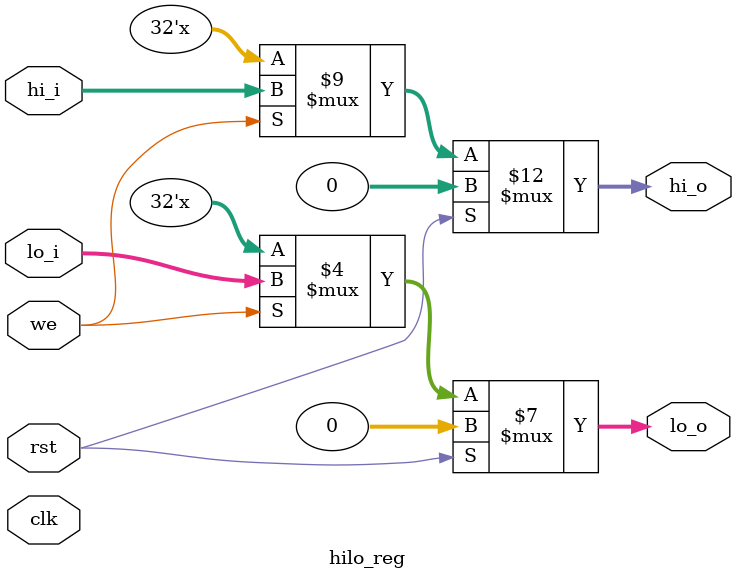
<source format=v>
`timescale 1ns / 1ps

`include "defines.vh"

module hilo_reg(
    input clk,
    input rst,
    input we,
    input [31:0] hi_i,
    input [31:0] lo_i,

    output reg [31:0] hi_o,
    output reg [31:0] lo_o
    );

    always@(*)begin
        if(rst == 1'b1)begin
            hi_o <=  32'b0;
            lo_o <=  32'b0;
        end
        else if(we == 1'b1)begin
            hi_o <= hi_i;
            lo_o <= lo_i;
        end
    end
endmodule
</source>
